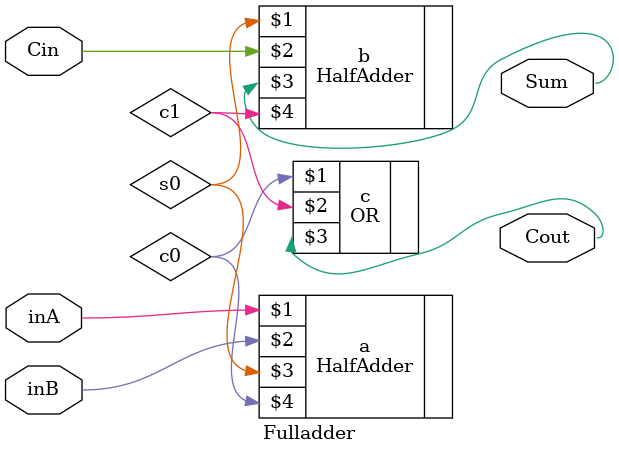
<source format=v>
module Fulladder(inA,inB,Cin,Cout,Sum);

    input inA,inB,Cin;
    output Cout,Sum;
    wire c0,c1,s0;

    HalfAdder a(inA,inB,s0,c0);
    HalfAdder b(s0,Cin,Sum,c1);
    OR c(c0,c1,Cout);
    
endmodule
</source>
